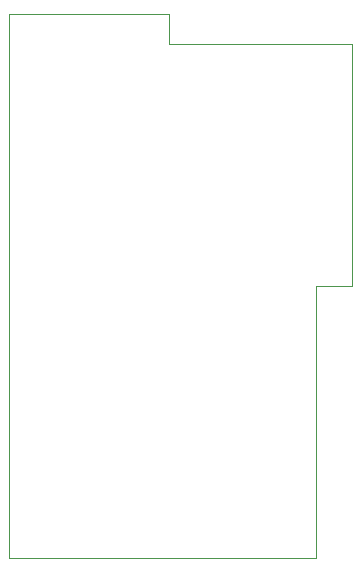
<source format=gbr>
%TF.GenerationSoftware,KiCad,Pcbnew,5.1.8-db9833491~87~ubuntu20.04.1*%
%TF.CreationDate,2020-11-15T18:33:08-08:00*%
%TF.ProjectId,inflow-controller-v0,696e666c-6f77-42d6-936f-6e74726f6c6c,rev?*%
%TF.SameCoordinates,Original*%
%TF.FileFunction,Profile,NP*%
%FSLAX46Y46*%
G04 Gerber Fmt 4.6, Leading zero omitted, Abs format (unit mm)*
G04 Created by KiCad (PCBNEW 5.1.8-db9833491~87~ubuntu20.04.1) date 2020-11-15 18:33:08*
%MOMM*%
%LPD*%
G01*
G04 APERTURE LIST*
%TA.AperFunction,Profile*%
%ADD10C,0.100000*%
%TD*%
G04 APERTURE END LIST*
D10*
X109500000Y-91000000D02*
X96000000Y-91000000D01*
X109500000Y-93500000D02*
X109500000Y-91000000D01*
X125000000Y-93500000D02*
X109500000Y-93500000D01*
X125000000Y-114000000D02*
X125000000Y-93500000D01*
X122000000Y-114000000D02*
X125000000Y-114000000D01*
X122000000Y-137000000D02*
X122000000Y-114000000D01*
X96000000Y-137000000D02*
X122000000Y-137000000D01*
X96000000Y-91000000D02*
X96000000Y-137000000D01*
M02*

</source>
